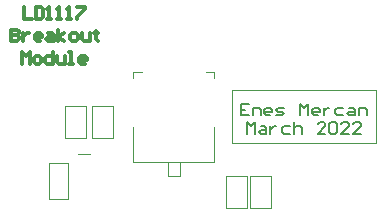
<source format=gto>
G04*
G04 #@! TF.GenerationSoftware,Altium Limited,Altium Designer,22.3.1 (43)*
G04*
G04 Layer_Color=65535*
%FSLAX25Y25*%
%MOIN*%
G70*
G04*
G04 #@! TF.SameCoordinates,54316C7D-A7D4-46C6-97C7-E01AB4BBD31E*
G04*
G04*
G04 #@! TF.FilePolarity,Positive*
G04*
G01*
G75*
%ADD10C,0.00394*%
%ADD11C,0.00630*%
%ADD12C,0.01181*%
D10*
X134862Y20000D02*
X137224D01*
Y37716D01*
X135650D02*
X137224D01*
Y33287D02*
Y37520D01*
Y20591D02*
Y24823D01*
X89193Y20000D02*
Y37716D01*
Y20000D02*
X134862D01*
X137224Y24823D02*
Y33287D01*
X89193Y37716D02*
X135650D01*
X33650Y21709D02*
X40752D01*
X33650D02*
Y32362D01*
X40752D01*
Y21709D02*
Y32362D01*
X49752Y21709D02*
Y32362D01*
X42649D02*
X49752D01*
X42649Y21709D02*
Y32362D01*
Y21709D02*
X49752D01*
X95157Y8929D02*
X102260D01*
Y-1725D02*
Y8929D01*
X95157Y-1725D02*
X102260D01*
X95157D02*
Y8929D01*
X87157Y-1665D02*
Y8988D01*
Y-1665D02*
X94260D01*
Y8988D01*
X87157D02*
X94260D01*
X38012Y16457D02*
X41949D01*
X28169Y1496D02*
X34468D01*
Y13307D01*
X28169D02*
X34468D01*
X28169Y1496D02*
Y13307D01*
X67933Y8976D02*
Y13701D01*
Y8976D02*
X71870D01*
Y13701D01*
X56384Y43744D02*
X59091D01*
X56386Y13701D02*
Y25512D01*
Y13701D02*
X83405D01*
Y25512D01*
X56384Y41756D02*
Y43744D01*
X80712D02*
X83419D01*
Y41756D02*
Y43744D01*
D11*
X94842Y33163D02*
X92218D01*
Y29227D01*
X94842D01*
X92218Y31195D02*
X93530D01*
X96154Y29227D02*
Y31851D01*
X98122D01*
X98778Y31195D01*
Y29227D01*
X102057D02*
X100745D01*
X100090Y29883D01*
Y31195D01*
X100745Y31851D01*
X102057D01*
X102713Y31195D01*
Y30539D01*
X100090D01*
X104025Y29227D02*
X105993D01*
X106649Y29883D01*
X105993Y30539D01*
X104681D01*
X104025Y31195D01*
X104681Y31851D01*
X106649D01*
X111897Y29227D02*
Y33163D01*
X113209Y31851D01*
X114521Y33163D01*
Y29227D01*
X117800D02*
X116488D01*
X115832Y29883D01*
Y31195D01*
X116488Y31851D01*
X117800D01*
X118456Y31195D01*
Y30539D01*
X115832D01*
X119768Y31851D02*
Y29227D01*
Y30539D01*
X120424Y31195D01*
X121080Y31851D01*
X121736D01*
X126328D02*
X124360D01*
X123704Y31195D01*
Y29883D01*
X124360Y29227D01*
X126328D01*
X128296Y31851D02*
X129607D01*
X130263Y31195D01*
Y29227D01*
X128296D01*
X127640Y29883D01*
X128296Y30539D01*
X130263D01*
X131575Y29227D02*
Y31851D01*
X133543D01*
X134199Y31195D01*
Y29227D01*
X94186Y22992D02*
Y26928D01*
X95498Y25616D01*
X96810Y26928D01*
Y22992D01*
X98778Y25616D02*
X100090D01*
X100745Y24960D01*
Y22992D01*
X98778D01*
X98122Y23648D01*
X98778Y24304D01*
X100745D01*
X102057Y25616D02*
Y22992D01*
Y24304D01*
X102713Y24960D01*
X103369Y25616D01*
X104025D01*
X108617D02*
X106649D01*
X105993Y24960D01*
Y23648D01*
X106649Y22992D01*
X108617D01*
X109929Y26928D02*
Y22992D01*
Y24960D01*
X110585Y25616D01*
X111897D01*
X112553Y24960D01*
Y22992D01*
X120424D02*
X117800D01*
X120424Y25616D01*
Y26272D01*
X119768Y26928D01*
X118456D01*
X117800Y26272D01*
X121736D02*
X122392Y26928D01*
X123704D01*
X124360Y26272D01*
Y23648D01*
X123704Y22992D01*
X122392D01*
X121736Y23648D01*
Y26272D01*
X128296Y22992D02*
X125672D01*
X128296Y25616D01*
Y26272D01*
X127640Y26928D01*
X126328D01*
X125672Y26272D01*
X132231Y22992D02*
X129607D01*
X132231Y25616D01*
Y26272D01*
X131575Y26928D01*
X130263D01*
X129607Y26272D01*
D12*
X19841Y65429D02*
Y61493D01*
X22465D01*
X23777Y65429D02*
Y61493D01*
X25745D01*
X26401Y62149D01*
Y64773D01*
X25745Y65429D01*
X23777D01*
X27713Y61493D02*
X29025D01*
X28369D01*
Y65429D01*
X27713Y64773D01*
X30993Y61493D02*
X32305D01*
X31649D01*
Y65429D01*
X30993Y64773D01*
X34273Y61493D02*
X35584D01*
X34929D01*
Y65429D01*
X34273Y64773D01*
X37552Y65429D02*
X40176D01*
Y64773D01*
X37552Y62149D01*
Y61493D01*
X15578Y57871D02*
Y53935D01*
X17546D01*
X18202Y54591D01*
Y55247D01*
X17546Y55903D01*
X15578D01*
X17546D01*
X18202Y56559D01*
Y57215D01*
X17546Y57871D01*
X15578D01*
X19513Y56559D02*
Y53935D01*
Y55247D01*
X20169Y55903D01*
X20825Y56559D01*
X21481D01*
X25417Y53935D02*
X24105D01*
X23449Y54591D01*
Y55903D01*
X24105Y56559D01*
X25417D01*
X26073Y55903D01*
Y55247D01*
X23449D01*
X28041Y56559D02*
X29353D01*
X30009Y55903D01*
Y53935D01*
X28041D01*
X27385Y54591D01*
X28041Y55247D01*
X30009D01*
X31321Y53935D02*
Y57871D01*
Y55247D02*
X33289Y56559D01*
X31321Y55247D02*
X33289Y53935D01*
X35912D02*
X37224D01*
X37880Y54591D01*
Y55903D01*
X37224Y56559D01*
X35912D01*
X35256Y55903D01*
Y54591D01*
X35912Y53935D01*
X39192Y56559D02*
Y54591D01*
X39848Y53935D01*
X41816D01*
Y56559D01*
X43784Y57215D02*
Y56559D01*
X43128D01*
X44440D01*
X43784D01*
Y54591D01*
X44440Y53935D01*
X19185Y46378D02*
Y50314D01*
X20497Y49002D01*
X21809Y50314D01*
Y46378D01*
X23777D02*
X25089D01*
X25745Y47034D01*
Y48346D01*
X25089Y49002D01*
X23777D01*
X23121Y48346D01*
Y47034D01*
X23777Y46378D01*
X29681Y50314D02*
Y46378D01*
X27713D01*
X27057Y47034D01*
Y48346D01*
X27713Y49002D01*
X29681D01*
X30993D02*
Y47034D01*
X31649Y46378D01*
X33617D01*
Y49002D01*
X34929Y46378D02*
X36240D01*
X35585D01*
Y50314D01*
X34929D01*
X40176Y46378D02*
X38864D01*
X38208Y47034D01*
Y48346D01*
X38864Y49002D01*
X40176D01*
X40832Y48346D01*
Y47690D01*
X38208D01*
M02*

</source>
